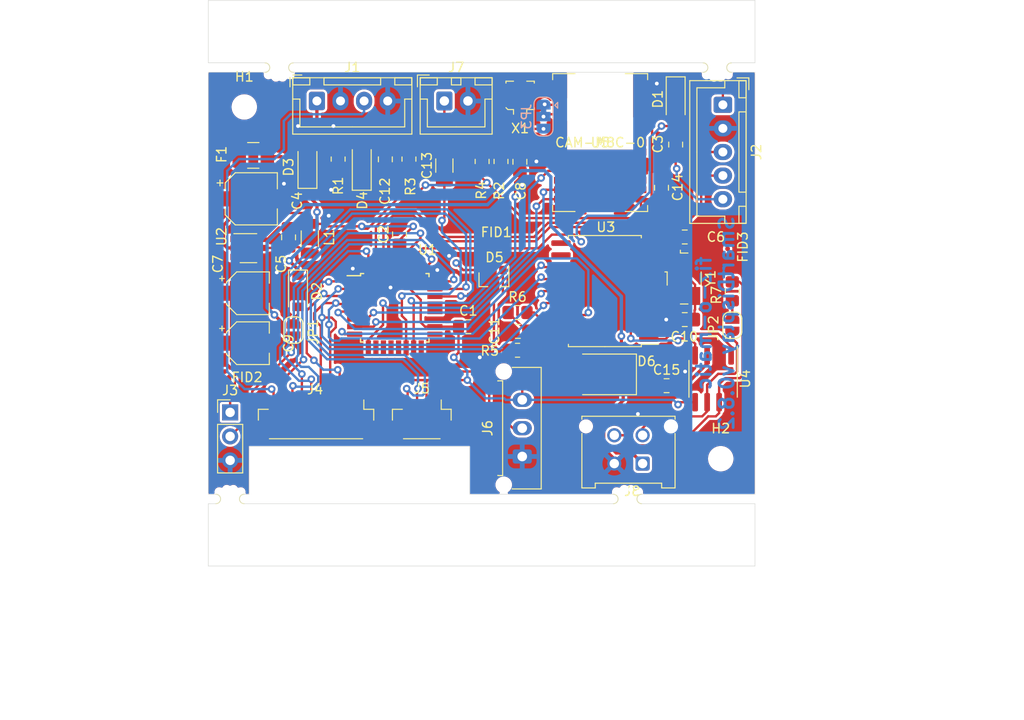
<source format=kicad_pcb>
(kicad_pcb (version 20221018) (generator pcbnew)
  (layers (0 "F.Cu" signal) (31 "B.Cu" signal) (34 "B.Paste" user) (35 "F.Paste" user) (36 "B.SilkS" user "B.Silkscreen") (37 "F.SilkS" user "F.Silkscreen") (38 "B.Mask" user) (39 "F.Mask" user) (44 "Edge.Cuts" user))
  (net 0 "")
  (net 1 "GND")
  (net 2 "Net-(J2-Pin_5)")
  (net 3 "Net-(U2-EN)")
  (net 4 "SCK")
  (net 5 "MOSI")
  (net 6 "MISO")
  (net 7 "+5V")
  (net 8 "RESET")
  (net 9 "TXD")
  (net 10 "RXD")
  (net 11 "SCL")
  (net 12 "SDA")
  (net 13 "A3")
  (net 14 "A2")
  (net 15 "A1")
  (net 16 "A0")
  (net 17 "Net-(U2-SW)")
  (net 18 "Net-(U3-OSC1)")
  (net 19 "Net-(U3-OSC2)")
  (net 20 "KEY")
  (net 21 "+12V")
  (net 22 "Net-(U2-BST)")
  (net 23 "Net-(D2-K)")
  (net 24 "INSTR.BEL")
  (net 25 "Net-(J7-Pin_1)")
  (net 26 "D22")
  (net 27 "D23")
  (net 28 "CANH")
  (net 29 "CANL")
  (net 30 "D24")
  (net 31 "D25")
  (net 32 "1WIRE")
  (net 33 "INT_CAN")
  (net 34 "SS")
  (net 35 "UPDI")
  (net 36 "Net-(U5-RF_OUT)")
  (net 37 "+3V3")
  (net 38 "Net-(U5-RF_IN)")
  (net 39 "Net-(X1-SIGNAL)")
  (net 40 "GPS_RXD")
  (net 41 "GPS_TXD")
  (net 42 "GPS_RESET")
  (net 43 "Net-(U3-~{RESET})")
  (net 44 "AREF")
  (net 47 "Net-(U3-TXCAN)")
  (net 48 "Net-(U3-RXCAN)")
  (net 64 "A4")
  (net 65 "Net-(D2-A)")
  (net 66 "Net-(JP2-Pad1)")
  (footprint "Capacitor_SMD:C_0805_2012Metric_Pad1.18x1.45mm_HandSolder" (layer "F.Cu") (at 119.29 43.5725 90)
    (fp_text reference "C3")
    (fp_text value "100n")
  )
  (footprint "Resistor_SMD:R_0805_2012Metric_Pad1.20x1.40mm_HandSolder" (layer "F.Cu") (at 102.54 65.36)
    (fp_text reference "R5")
    (fp_text value "4.7k")
  )
  (footprint "MountingHole:MountingHole_2.2mm_M2" (layer "F.Cu") (at 73.6 39.589)
    (fp_text reference "H1")
    (fp_text value "MountingHole_Pad")
  )
  (footprint "Resistor_SMD:R_0805_2012Metric_Pad1.20x1.40mm_HandSolder" (layer "F.Cu") (at 102.54 61.36)
    (fp_text reference "R6")
    (fp_text value "10k")
  )
  (footprint "Capacitor_SMD:C_0805_2012Metric_Pad1.18x1.45mm_HandSolder" (layer "F.Cu") (at 88.54 45.135 90)
    (fp_text reference "C12")
    (fp_text value "100n")
  )
  (footprint "Capacitor_SMD:C_0805_2012Metric_Pad1.18x1.45mm_HandSolder" (layer "F.Cu") (at 90.04 53.0725 90)
    (fp_text reference "C2")
    (fp_text value "100n")
  )
  (footprint "Resistor_SMD:R_0805_2012Metric_Pad1.20x1.40mm_HandSolder" (layer "F.Cu") (at 98.79 45.36 -90)
    (fp_text reference "R4")
    (fp_text value "1k")
  )
  (footprint "Resistor_SMD:R_0805_2012Metric_Pad1.20x1.40mm_HandSolder" (layer "F.Cu") (at 83.54 45.11 90)
    (fp_text reference "R1")
    (fp_text value "22k 1%")
  )
  (footprint "Diode_SMD:D_MiniMELF" (layer "F.Cu") (at 86.04 45.86 90)
    (fp_text reference "D4")
    (fp_text value "BZV55-C12")
  )
  (footprint "Diode_SMD:D_SMB" (layer "F.Cu") (at 111.582 67.91 180)
    (fp_text reference "D6")
    (fp_text value "SMBJ5.0CA")
  )
  (footprint "Crystal:Crystal_SMD_EuroQuartz_MJ-4Pin_5.0x3.2mm" (layer "F.Cu") (at 120.19 57.76 -90)
    (fp_text reference "Y1")
    (fp_text value "16MHz")
  )
  (footprint "Capacitor_SMD:C_0805_2012Metric_Pad1.18x1.45mm_HandSolder" (layer "F.Cu") (at 120.2525 62.11 180)
    (fp_text reference "C10")
    (fp_text value "22p")
  )
  (footprint "Jumper:SolderJumper-2_P1.3mm_Open_RoundedPad1.0x1.5mm" (layer "F.Cu") (at 125.29 62.71 -90)
    (fp_text reference "JP2")
    (fp_text value "Jumper_NC_Small")
  )
  (footprint "Capacitor_SMD:C_0805_2012Metric_Pad1.18x1.45mm_HandSolder" (layer "F.Cu") (at 118.3275 69.11)
    (fp_text reference "C15")
    (fp_text value "100n")
  )
  (footprint "Package_SO:SOIC-8_3.9x4.9mm_P1.27mm" (layer "F.Cu") (at 123.257 68.385 -90)
    (fp_text reference "U4")
    (fp_text value "MCP2562-E-SN")
  )
  (footprint "MountingHole:MountingHole_2.2mm_M2" (layer "F.Cu") (at 124.065056 76.846056)
    (fp_text reference "H2")
    (fp_text value "MountingHole_Pad")
  )
  (footprint "Resistor_SMD:R_0805_2012Metric_Pad1.20x1.40mm_HandSolder" (layer "F.Cu") (at 125.29 59.11 90)
    (fp_text reference "R7")
    (fp_text value "120")
  )
  (footprint "Capacitor_SMD:C_0805_2012Metric_Pad1.18x1.45mm_HandSolder" (layer "F.Cu") (at 102.5775 63.36)
    (fp_text reference "C11")
    (fp_text value "100n")
  )
  (footprint "Connector_JST:JST_XH_B2B-XH-A_1x02_P2.50mm_Vertical" (layer "F.Cu") (at 94.79 38.954)
    (fp_text reference "J7")
    (fp_text value "KEY")
  )
  (footprint "Package_QFP:TQFP-32_7x7mm_P0.8mm" (layer "F.Cu") (at 89.54 60.86)
    (fp_text reference "U1")
    (fp_text value "ATmega4808-A")
  )
  (footprint "Capacitor_SMD:C_0805_2012Metric_Pad1.18x1.45mm_HandSolder" (layer "F.Cu") (at 97.3275 62.86)
    (fp_text reference "C1")
    (fp_text value "100n")
  )
  (footprint "Package_SO:SOIC-18W_7.5x11.6mm_P1.27mm" (layer "F.Cu") (at 111.79 59.09 180)
    (fp_text reference "U3")
    (fp_text value "MCP2515-xSO")
  )
  (footprint "Resistor_SMD:R_0805_2012Metric_Pad1.20x1.40mm_HandSolder" (layer "F.Cu") (at 91.04 45.11 90)
    (fp_text reference "R3")
    (fp_text value "4.7k")
  )
  (footprint "Fuse:Fuse_1210_3225Metric_Pad1.42x2.65mm_HandSolder" (layer "F.Cu") (at 74.5525 44.72)
    (fp_text reference "F1")
    (fp_text value "Polyfuse")
  )
  (footprint "Resistor_SMD:R_0805_2012Metric_Pad1.20x1.40mm_HandSolder" (layer "F.Cu") (at 100.79 45.36 -90)
    (fp_text reference "R2")
    (fp_text value "10k")
  )
  (footprint "Fiducial:Fiducial_0.5mm_Mask1mm" (layer "F.Cu") (at 71.54 67.61)
    (fp_text reference "FID2")
    (fp_text value "Fiducial")
  )
  (footprint "Fiducial:Fiducial_0.5mm_Mask1mm" (layer "F.Cu") (at 124.79 54.61)
    (fp_text reference "FID3")
    (fp_text value "Fiducial")
  )
  (footprint "Capacitor_SMD:CP_Elec_5x3.9" (layer "F.Cu") (at 74.34 49.32)
    (fp_text reference "C4")
    (fp_text value "22u")
  )
  (footprint "Capacitor_SMD:C_0805_2012Metric_Pad1.18x1.45mm_HandSolder" (layer "F.Cu") (at 78.29 53.3975 90)
    (fp_text reference "C5")
    (fp_text value "100n")
  )
  (footprint "Capacitor_SMD:CP_Elec_4x3.9" (layer "F.Cu") (at 73.99 59.32)
    (fp_text reference "C7")
    (fp_text value "22u")
  )
  (footprint "Capacitor_SMD:CP_Elec_4x3.9" (layer "F.Cu") (at 73.99 64.61)
    (fp_text reference "C9")
    (fp_text value "22u")
  )
  (footprint "Connector_JST:JST_XH_B5B-XH-A_1x05_P2.50mm_Vertical" (layer "F.Cu") (at 124.29 39.36 -90)
    (fp_text reference "J2")
    (fp_text value "PROG/SERIAL")
  )
  (footprint "Inductor_SMD:L_1206_3216Metric" (layer "F.Cu") (at 80.54 53.5475 90)
    (fp_text reference "L1")
    (fp_text value "4.7uH")
  )
  (footprint "Connector_Molex:Molex_Micro-Fit_3.0_43045-0412_2x02_P3.00mm_Vertical" (layer "F.Cu") (at 115.79 77.36 180)
    (fp_text reference "J8")
    (fp_text value "CAN")
  )
  (footprint "Connector_Molex:Molex_Micro-Fit_3.0_43650-0315_1x03_P3.00mm_Vertical" (layer "F.Cu") (at 103.04 76.61 90)
    (fp_text reference "J6")
    (fp_text value "Conn_01x03")
  )
  (footprint "Capacitor_SMD:C_0805_2012Metric_Pad1.18x1.45mm_HandSolder" (layer "F.Cu") (at 120.2525 53.36)
    (fp_text reference "C6")
    (fp_text value "22p")
  )
  (footprint "Connector_JST:JST_XH_B4B-XH-A_1x04_P2.50mm_Vertical" (layer "F.Cu") (at 81.29 38.954)
    (fp_text reference "J1")
    (fp_text value "PWR")
  )
  (footprint "Capacitor_SMD:C_1206_3216Metric_Pad1.33x1.80mm_HandSolder" (layer "F.Cu") (at 94.79 45.7975 90)
    (fp_text reference "C13")
    (fp_text value "1u")
  )
  (footprint "ublox_CAM_M8C:CAM-M8C-0" (layer "F.Cu") (at 111.29 43.36)
    (fp_text reference "U5")
    (fp_text value "CAM-M8C-0")
  )
  (footprint "Capacitor_SMD:C_0805_2012Metric_Pad1.18x1.45mm_HandSolder" (layer "F.Cu") (at 102.79 45.3975 90)
    (fp_text reference "C8")
    (fp_text value "100n")
  )
  (footprint "Package_TO_SOT_SMD:TSOT-23-6" (layer "F.Cu") (at 74.04 54.52)
    (fp_text reference "U2")
    (fp_text value "AP63203WU")
  )
  (footprint "Capacitor_SMD:C_0805_2012Metric_Pad1.18x1.45mm_HandSolder" (layer "F.Cu") (at 117.79 48.1475 90)
    (fp_text reference "C14")
    (fp_text value "100n")
  )
  (footprint "Connector_Coaxial:U.FL_Molex_MCRF_73412-0110_Vertical" (layer "F.Cu") (at 102.815 38.36)
    (fp_text reference "X1")
    (fp_text value "ANTENNA_U.FL")
  )
  (footprint "Fiducial:Fiducial_0.5mm_Mask1mm" (layer "F.Cu") (at 100.29 51.36 180)
    (fp_text reference "FID1")
    (fp_text value "Fiducial")
  )
  (footprint "Package_TO_SOT_SMD:SOT-23" (layer "F.Cu") (at 100.04 57.86 -90)
    (fp_text reference "D5")
    (fp_text value "SP0502BAHT")
  )
  (footprint "Diode_SMD:D_SOD-123" (layer "F.Cu") (at 79.29 59.11 -90)
    (fp_text reference "D2")
    (fp_text value "1N4148W")
  )
  (footprint "Diode_SMD:D_SOD-123" (layer "F.Cu") (at 80.29 45.96 90)
    (fp_text reference "D3")
    (fp_text value "1N4148W")
  )
  (footprint "fiz-o-matic:mouse-bite-1mm-slot" (layer "F.Cu") (at 114.19 81.11 180)
    (fp_text reference "MB4" hide)
    (fp_text value "MouseBite" hide)
  )
  (footprint "Connector_JST:JST_SH_BM10B-SRSS-TB_1x10-1MP_P1.00mm_Vertical" (layer "F.Cu") (at 81.2 72.72 180)
    (fp_text reference "J4")
    (fp_text value "DISPLAY")
  )
  (footprint "Connector_JST:JST_SH_BM04B-SRSS-TB_1x04-1MP_P1.00mm_Vertical" (layer "F.Cu") (at 92.4 72.72 180)
    (fp_text reference "J5")
    (fp_text value "I2C")
  )
  (footprint "Diode_SMD:D_SOD-123" (layer "F.Cu") (at 119.29 38.76 -90)
    (fp_text reference "D1")
    (fp_text value "1N4148W")
  )
  (footprint "fiz-o-matic:mouse-bite-1mm-slot" (layer "F.Cu") (at 72.09 81.11 180)
    (fp_text reference "MB3" hide)
    (fp_text value "MouseBite" hide)
  )
  (footprint "Connector_PinHeader_2.54mm:PinHeader_1x03_P2.54mm_Vertical" (layer "F.Cu") (at 72.1 71.94)
    (fp_text reference "J3")
    (fp_text value "UPDI")
  )
  (footprint "Jumper:SolderJumper-2_P1.3mm_Open_RoundedPad1.0x1.5mm" (layer "F.Cu") (at 78.8 63.22 90)
    (fp_text reference "JP1")
    (fp_text value "Jumper_NC_Small")
  )
  (footprint "fiz-o-matic:mouse-bite-1mm-slot" (layer "F.Cu") (at 123.7 35.42)
    (fp_text reference "MB2" hide)
    (fp_text value "MouseBite" hide)
  )
  (footprint "fiz-o-matic:mouse-bite-1mm-slot" (layer "F.Cu") (at 77.3 35.42)
    (fp_text reference "MB1" hide)
    (fp_text value "MouseBite" hide)
  )
  (footprint "Jumper:SolderJumper-3_P1.3mm_Bridged12_RoundedPad1.0x1.5mm" (layer "B.Cu") (at 105.29 40.61 -90)
    (fp_text reference "JP3")
    (fp_text value "Jumper_NC_Dual")
  )
  (gr_line (start 97.476 80.61) (end 112.69 80.61) (stroke (width 0.05)) (layer "Edge.Cuts"))
  (gr_line (start 74.108 75.53) (end 97.476 75.53) (stroke (width 0.05)) (layer "Edge.Cuts"))
  (gr_line (start 127.69 80.61) (end 127.69 35.91) (stroke (width 0.05)) (layer "Edge.Cuts"))
  (gr_line (start 74.108 75.53) (end 74.108 80.61) (stroke (width 0.05)) (layer "Edge.Cuts"))
  (gr_line (start 69.79 80.61) (end 69.79 35.91) (stroke (width 0.05)) (layer "Edge.Cuts"))
  (gr_line (start 97.476 75.53) (end 97.476 80.61) (stroke (width 0.05)) (layer "Edge.Cuts"))
  (gr_arc (start 122.19 34.91) (mid 122.69 35.41) (end 122.19 35.91) (stroke (width 0.05)) (layer "Edge.Cuts"))
  (gr_line (start 73.59 80.61) (end 74.108 80.61) (stroke (width 0.05)) (layer "Edge.Cuts"))
  (gr_line (start 115.69 81.61) (end 127.69 81.61) (stroke (width 0.05)) (layer "Edge.Cuts"))
  (gr_line (start 75.79 34.91) (end 69.79 34.91) (stroke (width 0.05)) (layer "Edge.Cuts"))
  (gr_line (start 127.69 81.61) (end 127.69 88.21) (stroke (width 0.05)) (layer "Edge.Cuts"))
  (gr_arc (start 125.19 35.91) (mid 124.69 35.41) (end 125.19 34.91) (stroke (width 0.05)) (layer "Edge.Cuts"))
  (gr_line (start 125.19 34.91) (end 127.69 34.91) (stroke (width 0.05)) (layer "Edge.Cuts"))
  (gr_line (start 78.79 35.91) (end 122.19 35.91) (stroke (width 0.05)) (layer "Edge.Cuts"))
  (gr_line (start 127.69 88.21) (end 69.79 88.21) (stroke (width 0.05)) (layer "Edge.Cuts"))
  (gr_line (start 69.79 81.61) (end 69.79 88.21) (stroke (width 0.05)) (layer "Edge.Cuts"))
  (gr_line (start 125.19 35.91) (end 127.69 35.91) (stroke (width 0.05)) (layer "Edge.Cuts"))
  (gr_line (start 69.79 35.91) (end 75.79 35.91) (stroke (width 0.05)) (layer "Edge.Cuts"))
  (gr_arc (start 115.69 81.61) (mid 115.19 81.11) (end 115.69 80.61) (stroke (width 0.05)) (layer "Edge.Cuts"))
  (gr_arc (start 78.79 35.91) (mid 78.29 35.41) (end 78.79 34.91) (stroke (width 0.05)) (layer "Edge.Cuts"))
  (gr_line (start 69.79 28.31) (end 127.69 28.31) (stroke (width 0.05)) (layer "Edge.Cuts"))
  (gr_line (start 69.79 80.61) (end 70.59 80.61) (stroke (width 0.05)) (layer "Edge.Cuts"))
  (gr_line (start 127.69 34.91) (end 127.69 28.31) (stroke (width 0.05)) (layer "Edge.Cuts"))
  (gr_line (start 73.59 81.61) (end 112.69 81.61) (stroke (width 0.05)) (layer "Edge.Cuts"))
  (gr_arc (start 70.59 80.61) (mid 71.09 81.11) (end 70.59 81.61) (stroke (width 0.05)) (layer "Edge.Cuts"))
  (gr_arc (start 112.69 80.61) (mid 113.19 81.11) (end 112.69 81.61) (stroke (width 0.05)) (layer "Edge.Cuts"))
  (gr_arc (start 73.59 81.61) (mid 73.09 81.11) (end 73.59 80.61) (stroke (width 0.05)) (layer "Edge.Cuts"))
  (gr_arc (start 75.79 34.91) (mid 76.29 35.41) (end 75.79 35.91) (stroke (width 0.05)) (layer "Edge.Cuts"))
  (gr_line (start 70.59 81.61) (end 69.79 81.61) (stroke (width 0.05)) (layer "Edge.Cuts"))
  (gr_line (start 122.19 34.91) (end 78.79 34.91) (stroke (width 0.05)) (layer "Edge.Cuts"))
  (gr_line (start 69.79 34.91) (end 69.79 28.31) (stroke (width 0.05)) (layer "Edge.Cuts"))
  (gr_line (start 115.69 80.61) (end 127.69 80.61) (stroke (width 0.05)) (layer "Edge.Cuts"))
  (gr_text "fiz-o-matic\nSmartDisplay v0.8.2" (at 123.49 62.51 90) (layer "B.Cu") (effects (font (size 1.5 1.5) (thickness 0.3)) (justify mirror)))
  (via (at 77.04 57.11) (size 0.8) (drill 0.4) (layers "F.Cu" "B.Cu") (net 1))
  (via (at 85.09 56.71) (size 0.8) (drill 0.4) (layers "F.Cu" "B.Cu") (net 1))
  (via (at 95.29 55.36) (size 0.8) (drill 0.4) (layers "F.Cu" "B.Cu") (net 1))
  (via (at 83.04 41.61) (size 0.8) (drill 0.4) (layers "F.Cu" "B.Cu") (net 1))
  (via (at 120.29 67.61) (size 0.8) (drill 0.4) (layers "F.Cu" "B.Cu") (net 1))
  (via (at 118.29 62.11) (size 0.8) (drill 0.4) (layers "F.Cu" "B.Cu") (net 1))
  (via (at 104.54 45.36) (size 0.8) (drill 0.4) (layers "F.Cu" "B.Cu") (net 1))
  (via (at 103.04 47.86) (size 0.8) (drill 0.4) (layers "F.Cu" "B.Cu") (net 1))
  (via (at 94.04 56.86) (size 0.8) (drill 0.4) (layers "F.Cu" "B.Cu") (net 1))
  (via (at 117.29 37.11) (size 0.8) (drill 0.4) (layers "F.Cu" "B.Cu") (net 1))
  (via (at 82.54 51.11) (size 0.8) (drill 0.4) (layers "F.Cu" "B.Cu") (net 1))
  (via (at 77.8 47.72) (size 0.8) (drill 0.4) (layers "F.Cu" "B.Cu") (net 1))
  (via (at 82.79 48.36) (size 0.8) (drill 0.4) (layers "F.Cu" "B.Cu") (net 1))
  (via (at 79.29 41.61) (size 0.8) (drill 0.4) (layers "F.Cu" "B.Cu") (net 1))
  (via (at 115.29 72.11) (size 0.8) (drill 0.4) (layers "F.Cu" "B.Cu") (net 1))
  (via (at 98.54 66.11) (size 0.8) (drill 0.4) (layers "F.Cu" "B.Cu") (net 1))
  (via (at 89.09 58.71) (size 0.8) (drill 0.4) (layers "F.Cu" "B.Cu") (net 1))
  (segment (start 89.134 39.766) (end 89.134 38.954) (width 0.25) (layer "B.Cu") (net 1))
  (segment (start 119.29 46.01) (end 119.4 46.12) (width 0.25) (layer "F.Cu") (net 2))
  (segment (start 119.29 44.61) (end 119.29 46.01) (width 0.25) (layer "F.Cu") (net 2))
  (via (at 119.4 46.12) (size 0.8) (drill 0.4) (layers "F.Cu" "B.Cu") (net 2))
  (segment (start 119.4 47.22) (end 121.54 49.36) (width 0.25) (layer "B.Cu") (net 2))
  (segment (start 119.4 46.12) (end 119.4 47.22) (width 0.25) (layer "B.Cu") (net 2))
  (segment (start 121.54 49.36) (end 124.29 49.36) (width 0.25) (layer "B.Cu") (net 2))
  (segment (start 71.4 54.12) (end 71.8 54.52) (width 0.35) (layer "F.Cu") (net 3))
  (segment (start 72.73 54.52) (end 72.73 55.47) (width 0.35) (layer "F.Cu") (net 3))
  (segment (start 71.8 54.52) (end 72.73 54.52) (width 0.35) (layer "F.Cu") (net 3))
  (segment (start 73.065 44.72) (end 73.065 46.455) (width 0.35) (layer "F.Cu") (net 3))
  (segment (start 72.14 49.32) (end 72.14 51.38) (width 0.35) (layer "F.Cu") (net 3))
  (segment (start 71.4 52.12) (end 71.4 54.12) (width 0.35) (layer "F.Cu") (net 3))
  (segment (start 73.065 46.455) (end 72.14 47.38) (width 0.35) (layer "F.Cu") (net 3))
  (segment (start 72.14 51.38) (end 71.4 52.12) (width 0.35) (layer "F.Cu") (net 3))
  (segment (start 72.14 47.38) (end 72.14 49.32) (width 0.35) (layer "F.Cu") (net 3))
  (segment (start 82.06 60.36) (end 83.29 60.36) (width 0.25) (layer "F.Cu") (net 4))
  (segment (start 81.7 71.395) (end 81.7 62.795305) (width 0.25) (layer "F.Cu") (net 4))
  (segment (start 81 62.095305) (end 81 61.42) (width 0.25) (layer "F.Cu") (net 4))
  (segment (start 83.39 60.46) (end 83.29 60.36) (width 0.25) (layer "F.Cu") (net 4))
  (segment (start 81 61.42) (end 82.06 60.36) (width 0.25) (layer "F.Cu") (net 4))
  (segment (start 81.7 62.795305) (end 81 62.095305) (width 0.25) (layer "F.Cu") (net 4))
  (segment (start 107.14 57.82) (end 105.25 57.82) (width 0.25) (layer "F.Cu") (net 4))
  (segment (start 85.29 60.46) (end 83.39 60.46) (width 0.25) (layer "F.Cu") (net 4))
  (segment (start 105.25 57.82) (end 105.04 57.61) (width 0.25) (layer "F.Cu") (net 4))
  (via (at 105.04 57.61) (size 0.8) (drill 0.4) (layers "F.Cu" "B.Cu") (net 4))
  (via (at 83.29 60.36) (size 0.8) (drill 0.4) (layers "F.Cu" "B.Cu") (net 4))
  (via (at 82.564999 62.634999) (size 0.8) (drill 0.4) (layers "F.Cu" "B.Cu") (net 4))
  (segment (start 82.941999 64.335001) (end 82.564999 63.958001) (width 0.25) (layer "B.Cu") (net 4))
  (segment (start 82.564999 62.835001) (end 82.564999 62.634999) (width 0.25) (layer "B.Cu") (net 4))
  (segment (start 83.863002 64.11) (end 83.638001 64.335001) (width 0.25) (layer "B.Cu") (net 4))
  (segment (start 105.04 57.61) (end 98.54 64.11) (width 0.25) (layer "B.Cu") (net 4))
  (segment (start 82.564999 63.958001) (end 82.564999 62.835001) (width 0.25) (layer "B.Cu") (net 4))
  (segment (start 82.564999 62.634999) (end 82.564999 61.085001) (width 0.25) (layer "B.Cu") (net 4))
  (segment (start 83.638001 64.335001) (end 82.941999 64.335001) (width 0.25) (layer "B.Cu") (net 4))
  (segment (start 98.54 64.11) (end 83.863002 64.11) (width 0.25) (layer "B.Cu") (net 4))
  (segment (start 82.564999 61.085001) (end 83.29 60.36) (width 0.25) (layer "B.Cu") (net 4))
  (segment (start 107.14 59.09) (end 105.31 59.09) (width 0.25) (layer "F.Cu") (net 5))
  (segment (start 105.31 59.09) (end 105.04 59.36) (width 0.25) (layer "F.Cu") (net 5))
  (segment (start 82.848769 61.893464) (end 81.823464 61.893464) (width 0.25) (layer "F.Cu") (net 5))
  (segment (start 82.7 71.395) (end 82.7 63.525303) (width 0.25) (layer "F.Cu") (net 5))
  (segment (start 83.289999 62.935304) (end 83.289999 62.334694) (width 0.25) (layer "F.Cu") (net 5))
  (segment (start 83.289999 62.334694) (end 82.848769 61.893464) (width 0.25) (layer "F.Cu") (net 5))
  (segment (start 83.54 58.86) (end 85.29 58.86) (width 0.25) (layer "F.Cu") (net 5))
  (segment (start 82.7 63.525303) (end 83.289999 62.935304) (width 0.25) (layer "F.Cu") (net 5))
  (via (at 81.823464 61.893464) (size 0.8) (drill 0.4) (layers "F.Cu" "B.Cu") (net 5))
  (via (at 105.04 59.36) (size 0.8) (drill 0.4) (layers "F.Cu" "B.Cu") (net 5))
  (via (at 83.54 58.86) (size 0.8) (drill 0.4) (layers "F.Cu" "B.Cu") (net 5))
  (segment (start 81.823464 61.893464) (end 81.823464 60.576536) (width 0.25) (layer "B.Cu") (net 5))
  (segment (start 81.823464 62.164085) (end 81.823464 63.852876) (width 0.25) (layer "B.Cu") (net 5))
  (segment (start 82.114989 60.285011) (end 83.54 58.86) (width 0.25) (layer "B.Cu") (net 5))
  (segment (start 81.823464 63.852876) (end 82.755599 64.785011) (width 0.25) (layer "B.Cu") (net 5))
  (segment (start 82.755599 64.785011) (end 99.614989 64.785011) (width 0.25) (layer "B.Cu") (net 5))
  (segment (start 81.823464 62.164085) (end 81.823464 61.893464) (width 0.25) (layer "B.Cu") (net 5))
  (segment (start 105.04 59.36) (end 99.614989 64.785011) (width 0.25) (layer "B.Cu") (net 5))
  (segment (start 81.823464 60.576536) (end 82.114989 60.285011) (width 0.25) (layer "B.Cu") (net 5))
  (segment (start 82.027347 59.347347) (end 82.29 59.61) (width 0.25) (layer "F.Cu") (net 6))
  (segment (start 83.5 67.42) (end 83.7 67.62) (width 0.25) (layer "F.Cu") (net 6))
  (segment (start 105.54 60.36) (end 105.29 60.61) (width 0.25) (layer "F.Cu") (net 6))
  (segment (start 82.29 59.61) (end 85.24 59.61) (width 0.25) (layer "F.Cu") (net 6))
  (segment (start 85.24 59.61) (end 85.29 59.66) (width 0.25) (layer "F.Cu") (net 6))
  (segment (start 80.215 65.6595) (end 80.9755 66.42) (width 0.25) (layer "F.Cu") (net 6))
  (segment (start 82.027347 59.347347) (end 80.215 61.159694) (width 0.25) (layer "F.Cu") (net 6))
  (segment (start 107.14 60.36) (end 105.54 60.36) (width 0.25) (layer "F.Cu") (net 6))
  (segment (start 80.215 61.159694) (end 80.215 65.6595) (width 0.25) (layer "F.Cu") (net 6))
  (segment (start 83.7 67.62) (end 83.7 71.395) (width 0.25) (layer "F.Cu") (net 6))
  (via (at 82.027347 59.347347) (size 0.8) (drill 0.4) (layers "F.Cu" "B.Cu") (net 6))
  (via (at 83.5 67.42) (size 0.8) (drill 0.4) (layers "F.Cu" "B.Cu") (net 6))
  (via (at 105.29 60.61) (size 0.8) (drill 0.4) (layers "F.Cu" "B.Cu") (net 6))
  (via (at 80.9755 66.42) (size 0.8) (drill 0.4) (layers "F.Cu" "B.Cu") (net 6))
  (segment (start 81.098463 60.301537) (end 82.027347 59.372653) (width 0.25) (layer "B.Cu") (net 6))
  (segment (start 82.569197 65.235019) (end 81.098463 63.764285) (width 0.25) (layer "B.Cu") (net 6))
  (segment (start 105.29 60.61) (end 100.664981 65.235019) (width 0.25) (layer "B.Cu") (net 6))
  (segment (start 81.098463 63.764285) (end 81.098463 60.301537) (width 0.25) (layer "B.Cu") (net 6))
  (segment (start 82.027347 59.372653) (end 82.027347 59.347347) (width 0.25) (layer "B.Cu") (net 6))
  (segment (start 80.9755 66.42) (end 81.9755 67.42) (width 0.25) (layer "B.Cu") (net 6))
  (segment (start 81.9755 67.42) (end 83.5 67.42) (width 0.25) (layer "B.Cu") (net 6))
  (segment (start 100.664981 65.235019) (end 82.569197 65.235019) (width 0.25) (layer "B.Cu") (net 6))
  (segment (start 77.6 63.42) (end 78.05 63.87) (width 0.35) (layer "F.Cu") (net 7))
  (segment (start 122.622 66.778) (end 120.29 69.11) (width 0.35) (layer "F.Cu") (net 7))
  (segment (start 122.622 65.91) (end 122.622 66.778) (width 0.35) (layer "F.Cu") (net 7))
  (segment (start 120.29 69.11) (end 119.365 69.11) (width 0.35) (layer "F.Cu") (net 7))
  (segment (start 119.365 68.185) (end 119.365 69.11) (width 0.35) (layer "F.Cu") (net 7))
  (segment (start 113.732 67.91) (end 114.49 67.91) (width 0.35) (layer "F.Cu") (net 7))
  (segment (start 77.6 62.42) (end 77.6 63.42) (width 0.35) (layer "F.Cu") (net 7))
  (segment (start 111.664999 74.900001) (end 111.664999 72.735001) (width 0.35) (layer "F.Cu") (net 7))
  (segment (start 119.09 67.91) (end 119.365 68.185) (width 0.35) (layer "F.Cu") (net 7))
  (segment (start 112.999997 76.234999) (end 111.664999 74.900001) (width 0.35) (layer "F.Cu") (net 7))
  (segment (start 76.79 61.61) (end 77.6 62.42) (width 0.35) (layer "F.Cu") (net 7))
  (segment (start 111.664999 72.735001) (end 113.732 70.668) (width 0.35) (layer "F.Cu") (net 7))
  (segment (start 114.664999 76.234999) (end 112.999997 76.234999) (width 0.35) (layer "F.Cu") (net 7))
  (segment (start 113.54 67.718) (end 113.732 67.91) (width 0.35) (layer "F.Cu") (net 7))
  (segment (start 115.79 77.36) (end 114.664999 76.234999) (width 0.35) (layer "F.Cu") (net 7))
  (segment (start 113.732 70.668) (end 113.732 67.91) (width 0.35) (layer "F.Cu") (net 7))
  (segment (start 113.732 67.91) (end 119.09 67.91) (width 0.35) (layer "F.Cu") (net 7))
  (segment (start 78.05 63.87) (end 78.8 63.87) (width 0.35) (layer "F.Cu") (net 7))
  (segment (start 113.54 63.86) (end 113.54 67.718) (width 0.35) (layer "F.Cu") (net 7))
  (via (at 113.54 63.86) (size 0.8) (drill 0.4) (layers "F.Cu" "B.Cu") (net 7))
  (via (at 76.79 61.61) (size 0.8) (drill 0.4) (layers "F.Cu" "B.Cu") (net 7))
  (segment (start 79.98552 49.934981) (end 98.614981 49.934981) (width 0.35) (layer "B.Cu") (net 7))
  (segment (start 106.065001 52.177881) (end 113.54 59.65288) (width 0.35) (layer "B.Cu") (net 7))
  (segment (start 99.364981 49.934981) (end 102.964963 46.334999) (width 0.35) (layer "B.Cu") (net 7))
  (segment (start 106.065001 46.987999) (end 106.065001 52.177881) (width 0.35) (layer "B.Cu") (net 7))
  (segment (start 76.014999 53.905502) (end 79.98552 49.934981) (width 0.35) (layer "B.Cu") (net 7))
  (segment (start 98.614981 49.934981) (end 99.364981 49.934981) (width 0.35) (layer "B.Cu") (net 7))
  (segment (start 113.54 59.65288) (end 113.54 63.86) (width 0.35) (layer "B.Cu") (net 7))
  (segment (start 105.412001 46.334999) (end 106.065001 46.987999) (width 0.35) (layer "B.Cu") (net 7))
  (segment (start 76.79 61.61) (end 76.014999 60.834999) (width 0.35) (layer "B.Cu") (net 7))
  (segment (start 76.014999 60.834999) (end 76.014999 53.905502) (width 0.35) (layer "B.Cu") (net 7))
  (segment (start 102.964963 46.334999) (end 105.412001 46.334999) (width 0.35) (layer "B.Cu") (net 7))
  (segment (start 108.54 53.11) (end 109.29 53.86) (width 0.25) (layer "F.Cu") (net 8))
  (segment (start 92.53999 54.56001) (end 94.3536 54.56001) (width 0.25) (layer "F.Cu") (net 8))
  (segment (start 91.54 56.61) (end 91.54 55.56) (width 0.25) (layer "F.Cu") (net 8))
  (segment (start 91.54 55.56) (end 92.53999 54.56001) (width 0.25) (layer "F.Cu") (net 8))
  (segment (start 99.54 54.56001) (end 104.726401 54.560009) (width 0.25) (layer "F.Cu") (net 8))
  (segment (start 119.29 41.61) (end 119.29 40.41) (width 0.25) (layer "F.Cu") (net 8))
  (segment (start 106.17641 53.11) (end 108.54 53.11) (width 0.25) (layer "F.Cu") (net 8))
  (segment (start 104.726401 54.560009) (end 106.17641 53.11) (width 0.25) (layer "F.Cu") (net 8))
  (segment (start 94.3536 54.56001) (end 99.54 54.56001) (width 0.25) (layer "F.Cu") (net 8))
  (segment (start 119.29 42.535) (end 119.29 41.61) (width 0.25) (layer "F.Cu") (net 8))
  (segment (start 117.79 41.61) (end 119.29 41.61) (width 0.25) (layer "F.Cu") (net 8))
  (via (at 117.79 41.61) (size 0.8) (drill 0.4) (layers "F.Cu" "B.Cu") (net 8))
  (via (at 109.29 53.86) (size 0.8) (drill 0.4) (layers "F.Cu" "B.Cu") (net 8))
  (segment (start 116.54 48.61) (end 116.54 42.86) (width 0.25) (layer "B.Cu") (net 8))
  (segment (start 114.04 51.11) (end 116.54 48.61) (width 0.25) (layer "B.Cu") (net 8))
  (segment (start 116.54 42.86) (end 117.79 41.61) (width 0.25) (layer "B.Cu") (net 8))
  (segment (start 109.29 53.86) (end 108.814999 53.384999) (width 0.25) (layer "B.Cu") (net 8))
  (segment (start 108.814999 53.384999) (end 108.814999 52.236999) (width 0.25) (layer "B.Cu") (net 8))
  (segment (start 109.941998 51.11) (end 114.04 51.11) (width 0.25) (layer "B.Cu") (net 8))
  (segment (start 108.814999 52.236999) (end 109.941998 51.11) (width 0.25) (layer "B.Cu") (net 8))
  (segment (start 104.476396 53.81) (end 94.24 53.81) (width 0.25) (layer "F.Cu") (net 9))
  (segment (start 89.32682 51.12249) (end 88.34 52.10931) (width 0.25) (layer "F.Cu") (net 9))
  (segment (start 88.34 52.10931) (end 88.34 56.61) (width 0.25) (layer "F.Cu") (net 9))
  (segment (start 121.99 50.32) (end 120 52.31) (width 0.25) (layer "F.Cu") (net 9))
  (segment (start 120 52.31) (end 105.976396 52.31) (width 0.25) (layer "F.Cu") (net 9))
  (segment (start 124.29 46.86) (end 122.86 46.86) (width 0.25) (layer "F.Cu") (net 9))
  (segment (start 121.99 47.73) (end 121.99 50.32) (width 0.25) (layer "F.Cu") (net 9))
  (segment (start 105.976396 52.31) (end 104.476396 53.81) (width 0.25) (layer "F.Cu") (net 9))
  (segment (start 91.55249 51.12249) (end 89.32682 51.12249) (width 0.25) (layer "F.Cu") (net 9))
  (segment (start 94.24 53.81) (end 91.55249 51.12249) (width 0.25) (layer "F.Cu") (net 9))
  (segment (start 122.86 46.86) (end 121.99 47.73) (width 0.25) (layer "F.Cu") (net 9))
  (segment (start 87.54 56.61) (end 87.54 52.2729) (width 0.25) (layer "F.Cu") (net 10))
  (segment (start 105.79 51.86) (end 119.79 51.86) (width 0.25) (layer "F.Cu") (net 10))
  (segment (start 121.54 50.11) (end 121.54 45.68) (width 0.25) (layer "F.Cu") (net 10))
  (segment (start 122.86 44.36) (end 124.29 44.36) (width 0.25) (layer "F.Cu") (net 10))
  (segment (start 121.54 45.68) (end 122.86 44.36) (width 0.25) (layer "F.Cu") (net 10))
  (segment (start 91.738891 50.672481) (end 94.42641 53.36) (width 0.25) (layer "F.Cu") (net 10))
  (segment (start 89.14042 50.67248) (end 91.738891 50.672481) (width 0.25) (layer "F.Cu") (net 10))
  (segment (start 119.79 51.86) (end 121.54 50.11) (width 0.25) (layer "F.Cu") (net 10))
  (segment (start 87.54 52.2729) (end 89.14042 50.67248) (width 0.25) (layer "F.Cu") (net 10))
  (segment (start 94.42641 53.36) (end 104.29 53.36) (width 0.25) (layer "F.Cu") (net 10))
  (segment (start 104.29 53.36) (end 105.79 51.86) (width 0.25) (layer "F.Cu") (net 10))
  (segment (start 90.9 69.52) (end 90.8 69.42) (width 0.25) (layer "F.Cu") (net 11))
  (segment (start 90.9 71.395) (end 90.9 69.52) (width 0.25) (layer "F.Cu") (net 11))
  (segment (start 85.29 58.06) (end 82.59 58.06) (width 0.25) (layer "F.Cu") (net 11))
  (segment (start 82.59 58.06) (end 82.54 58.11) (width 0.25) (layer "F.Cu") (net 11))
  (via (at 90.8 69.42) (size 0.8) (drill 0.4) (layers "F.Cu" "B.Cu") (net 11))
  (via (at 82.54 58.11) (size 0.8) (drill 0.4) (layers "F.Cu" "B.Cu") (net 11))
  (segment (start 90.8 69.42) (end 91.525 70.145) (width 0.25) (layer "B.Cu") (net 11))
  (segment (start 80.648453 59.435862) (end 81.974315 58.11) (width 0.25) (layer "B.Cu") (net 11))
  (segment (start 82.557768 65.86) (end 80.648453 63.950685) (width 0.25) (layer "B.Cu") (net 11))
  (segment (start 90.6 65.86) (end 82.557768 65.86) (width 0.25) (layer "B.Cu") (net 11))
  (segment (start 91.525 70.145) (end 92.475 70.145) (width 0.25) (layer "B.Cu") (net 11))
  (segment (start 92.475 70.145) (end 92.725 69.895) (width 0.25) (layer "B.Cu") (net 11))
  (segment (start 92.725 69.895) (end 92.725 67.985) (width 0.25) (layer "B.Cu") (net 11))
  (segment (start 92.725 67.985) (end 90.6 65.86) (width 0.25) (layer "B.Cu") (net 11))
  (segment (start 81.974315 58.11) (end 82.54 58.11) (width 0.25) (layer "B.Cu") (net 11))
  (segment (start 80.648453 63.950685) (end 80.648453 59.435862) (width 0.25) (layer "B.Cu") (net 11))
  (segment (start 86.74 55.06) (end 86.54 54.86) (width 0.25) (layer "F.Cu") (net 12))
  (segment (start 86.74 56.61) (end 86.74 55.06) (width 0.25) (layer "F.Cu") (net 12))
  (segment (start 91.9 71.395) (end 91.9 69.52) (width 0.25) (layer "F.Cu") (net 12))
  (segment (start 91.9 69.52) (end 92 69.42) (width 0.25) (layer "F.Cu") (net 12))
  (via (at 92 69.42) (size 0.8) (drill 0.4) (layers "F.Cu" "B.Cu") (net 12))
  (via (at 86.54 54.86) (size 0.8) (drill 0.4) (layers "F.Cu" "B.Cu") (net 12))
  (segment (start 90.4 66.31001) (end 82.371368 66.31001) (width 0.25) (layer "B.Cu") (net 12))
  (segment (start 92 69.42) (end 92 67.91001) (width 0.25) (layer "B.Cu") (net 12))
  (segment (start 82.371368 66.31001) (end 80.198444 64.137086) (width 0.25) (layer "B.Cu") (net 12))
  (segment (start 84.587907 54.86) (end 86.54 54.86) (width 0.25) (layer "B.Cu") (net 12))
  (segment (start 80.198444 64.137086) (end 80.198444 59.249463) (width 0.25) (layer "B.Cu") (net 12))
  (segment (start 92 67.91001) (end 90.4 66.31001) (width 0.25) (layer "B.Cu") (net 12))
  (segment (start 80.198444 59.249463) (end 84.587907 54.86) (width 0.25) (layer "B.Cu") (net 12))
  (segment (start 79.365 54.435) (end 79.54 54.61) (width 0.25) (layer "F.Cu") (net 17))
  (segment (start 78.29 54.435) (end 79.365 54.435) (width 0.25) (layer "F.Cu") (net 17))
  (segment (start 76.685 54.435) (end 78.29 54.435) (width 0.25) (layer "F.Cu") (net 17))
  (segment (start 75.35 54.52) (end 76.6 54.52) (width 0.25) (layer "F.Cu") (net 17))
  (segment (start 76.6 54.52) (end 76.685 54.435) (width 0.25) (layer "F.Cu") (net 17))
  (segment (start 79.54 54.61) (end 80.54 54.61) (width 0.25) (layer "F.Cu") (net 17))
  (segment (start 119.215 53.36) (end 119.215 54.435) (width 0.25) (layer "F.Cu") (net 18))
  (segment (start 116.44 55.28) (end 117.71 55.28) (width 0.25) (layer "F.Cu") (net 18))
  (segment (start 117.71 55.28) (end 118.34 55.91) (width 0.25) (layer "F.Cu") (net 18))
  (segment (start 118.34 55.91) (end 119.04 55.91) (width 0.25) (layer "F.Cu") (net 18))
  (segment (start 119.215 54.435) (end 119.04 54.61) (width 0.25) (layer "F.Cu") (net 18))
  (segment (start 119.04 54.61) (end 119.04 55.91) (width 0.25) (layer "F.Cu") (net 18))
  (segment (start 120.54 57.61) (end 121.34 58.41) (width 0.25) (layer "F.Cu") (net 19))
  (segment (start 121.34 61.06) (end 121.29 61.11) (width 0.25) (layer "F.Cu") (net 19))
  (segment (start 121.34 58.41) (end 121.34 59.61) (width 0.25) (layer "F.Cu") (net 19))
  (segment (start 118.654998 57.61) (end 120.54 57.61) (width 0.25) (layer "F.Cu") (net 19))
  (segment (start 121.29 61.11) (end 121.29 62.11) (width 0.25) (layer "F.Cu") (net 19))
  (segment (start 117.594998 56.55) (end 118.654998 57.61) (width 0.25) (layer "F.Cu") (net 19))
  (segment (start 116.44 56.55) (end 117.594998 56.55) (width 0.25) (layer "F.Cu") (net 19))
  (segment (start 121.34 59.61) (end 121.34 61.06) (width 0.25) (layer "F.Cu") (net 19))
  (segment (start 102.29 47.584695) (end 102.29 49.11) (width 0.25) (layer "F.Cu") (net 20))
  (segment (start 102.79 47.084695) (end 102.29 47.584695) (width 0.25) (layer "F.Cu") (net 20))
  (segment (start 102.79 46.435) (end 100.865 46.435) (width 0.25) (layer "F.Cu") (net 20))
  (segment (start 91.54 65.11) (end 91.54 60.36) (width 0.25) (layer "F.Cu") (net 20))
  (segment (start 91.54 60.36) (end 91.29 60.11) (width 0.25) (layer "F.Cu") (net 20))
  (segment (start 100.865 46.435) (end 100.79 46.36) (width 0.25) (layer "F.Cu") (net 20))
  (segment (start 102.79 46.435) (end 102.79 47.084695) (width 0.25) (layer "F.Cu") (net 20))
  (via (at 102.29 49.11) (size 0.8) (drill 0.4) (layers "F.Cu" "B.Cu") (net 20))
  (via (at 91.29 60.11) (size 0.8) (drill 0.4) (layers "F.Cu" "B.Cu") (net 20))
  (segment (start 91.29 60.11) (end 91.515 60.335) (width 0.25) (layer "B.Cu") (net 20))
  (segment (start 91.515 60.335) (end 97.405812 60.335) (width 0.25) (layer "B.Cu") (net 20))
  (segment (start 102.29 55.450812) (end 102.29 49.11) (width 0.25) (layer "B.Cu") (net 20))
  (segment (start 97.405812 60.335) (end 102.29 55.450812) (width 0.25) (layer "B.Cu") (net 20))
  (segment (start 80.29 44.31) (end 82.09 44.31) (width 0.35) (layer "F.Cu") (net 21))
  (segment (start 81.29 38.954) (end 81.29 41.36) (width 0.35) (layer "F.Cu") (net 21))
  (segment (start 83.54 44.11) (end 82.29 44.11) (width 0.35) (layer "F.Cu") (net 21))
  (segment (start 81.29 41.36) (end 80.29 42.36) (width 0.35) (layer "F.Cu") (net 21))
  (segment (start 82.09 44.31) (end 82.29 44.11) (width 0.35) (layer "F.Cu") (net 21))
  (segment (start 80.29 42.36) (end 80.29 44.31) (width 0.35) (layer "F.Cu") (net 21))
  (segment (start 75.35 53.57) (end 76.05 53.57) (width 0.25) (layer "F.Cu") (net 22))
  (segment (start 76.05 53.57) (end 77.26 52.36) (width 0.25) (layer "F.Cu") (net 22))
  (segment (start 77.26 52.36) (end 78.29 52.36) (width 0.25) (layer "F.Cu") (net 22))
  (segment (start 80.29 47.61) (end 80.29 48.91) (width 0.35) (layer "F.Cu") (net 23))
  (segment (start 76.04 44.86) (end 77.54 44.86) (width 0.35) (layer "F.Cu") (net 23))
  (segment (start 78.79 47.61) (end 80.29 47.61) (width 0.35) (layer "F.Cu") (net 23))
  (segment (start 79.29 57.46) (end 79.29 56.81) (width 0.35) (layer "F.Cu") (net 23))
  (segment (start 78.29 47.11) (end 78.79 47.61) (width 0.35) (layer "F.Cu") (net 23))
  (segment (start 78.29 45.61) (end 78.29 47.11) (width 0.35) (layer "F.Cu") (net 23))
  (segment (start 79.29 56.81) (end 78.359142 55.879142) (width 0.35) (layer "F.Cu") (net 23))
  (segment (start 77.54 44.86) (end 78.29 45.61) (width 0.35) (layer "F.Cu") (net 23))
  (segment (start 80.29 48.91) (end 81.3 49.92) (width 0.35) (layer "F.Cu") (net 23))
  (segment (start 81.3 49.92) (end 81.3 50.72) (width 0.35) (layer "F.Cu") (net 23))
  (via (at 81.3 50.72) (size 0.8) (drill 0.4) (layers "F.Cu" "B.Cu") (net 23))
  (via (at 78.359142 55.879142) (size 0.8) (drill 0.4) (layers "F.Cu" "B.Cu") (net 23))
  (segment (start 78.359142 55.879142) (end 78.359142 55.860858) (width 0.35) (layer "B.Cu") (net 23))
  (segment (start 81.3 52.92) (end 81.3 50.72) (width 0.35) (layer "B.Cu") (net 23))
  (segment (start 78.359142 55.860858) (end 81.3 52.92) (width 0.35) (layer "B.Cu") (net 23))
  (segment (start 76.7 69.67) (end 76.5 69.47) (width 0.25) (layer "F.Cu") (net 24))
  (segment (start 76.7 71.395) (end 76.7 69.67) (width 0.25) (layer "F.Cu") (net 24))
  (via (at 76.5 69.47) (size 0.8) (drill 0.4) (layers "F.Cu" "B.Cu") (net 24))
  (segment (start 73.03999 45.11001) (end 76.78999 45.11001) (width 0.25) (layer "B.Cu") (net 24))
  (segment (start 77.79 41.06712) (end 78.49712 40.36) (width 0.25) (layer "B.Cu") (net 24))
  (segment (start 86.04 40.36) (end 86.29 40.11) (width 0.25) (layer "B.Cu") (net 24))
  (segment (start 76.5 69.47) (end 73.64 69.47) (width 0.25) (layer "B.Cu") (net 24))
  (segment (start 71.79 67.62) (end 71.79 46.36) (width 0.25) (layer "B.Cu") (net 24))
  (segment (start 77.79 44.11) (end 77.79 41.06712) (width 0.25) (layer "B.Cu") (net 24))
  (segment (start 76.78999 45.11001) (end 77.79 44.11) (width 0.25) (layer "B.Cu") (net 24))
  (segment (start 71.79 46.36) (end 73.03999 45.11001) (width 0.25) (layer "B.Cu") (net 24))
  (segment (start 78.49712 40.36) (end 86.04 40.36) (width 0.25) (layer "B.Cu") (net 24))
  (segment (start 73.64 69.47) (end 71.79 67.62) (width 0.25) (layer "B.Cu") (net 24))
  (segment (start 86.29 40.11) (end 86.29 38.954) (width 0.25) (layer "B.Cu") (net 24))
  (segment (start 94.79 40.61) (end 96.79 42.61) (width 0.25) (layer "F.Cu") (net 25))
  (segment (start 98.04 42.61) (end 98.79 43.36) (width 0.25) (layer "F.Cu") (net 25))
  (segment (start 98.79 43.36) (end 98.79 44.36) (width 0.25) (layer "F.Cu") (net 25))
  (segment (start 96.79 42.61) (end 98.04 42.61) (width 0.25) (layer "F.Cu") (net 25))
  (segment (start 98.79 44.36) (end 100.79 44.36) (width 0.25) (layer "F.Cu") (net 25))
  (segment (start 94.79 38.954) (end 94.79 40.61) (width 0.25) (layer "F.Cu") (net 25))
  (segment (start 80.7 71.395) (end 80.7 68.42) (width 0.25) (layer "F.Cu") (net 26))
  (segment (start 93.79 59.66) (end 96.49 59.66) (width 0.25) (layer "F.Cu") (net 26))
  (segment (start 96.49 59.66) (end 96.54 59.61) (width 0.25) (layer "F.Cu") (net 26))
  (via (at 96.54 59.61) (size 0.8) (drill 0.4) (layers "F.Cu" "B.Cu") (net 26))
  (via (at 80.7 68.42) (size 0.8) (drill 0.4) (layers "F.Cu" "B.Cu") (net 26))
  (segment (start 97.202402 59.61) (end 96.54 59.61) (width 0.25) (layer "B.Cu") (net 26))
  (segment (start 97.540641 52.901229) (end 97.540641 58.025777) (width 0.25) (layer "B.Cu") (net 26))
  (segment (start 77.839991 57.423599) (end 77.839991 64.643613) (width 0.25) (layer "B.Cu") (net 26))
  (segment (start 80.525 68.595) (end 79.399695 68.595) (width 0.25) (layer "B.Cu") (net 26))
  (segment (start 80.7 68.42) (end 80.525 68.595) (width 0.25) (layer "B.Cu") (net 26))
  (segment (start 84.828601 50.434989) (end 95.074402 50.43499) (width 0.25) (layer "B.Cu") (net 26))
  (segment (start 97.815632 58.99677) (end 97.202402 59.61) (width 0.25) (layer "B.Cu") (net 26))
  (segment (start 97.540641 58.025777) (end 97.815632 58.300768) (width 0.25) (layer "B.Cu") (net 26))
  (segment (start 77.398925 65.084679) (end 77.398925 66.59423) (width 0.25) (layer "B.Cu") (net 26))
  (segment (start 95.074402 50.43499) (end 97.540641 52.901229) (width 0.25) (layer "B.Cu") (net 26))
  (segment (start 77.398925 66.59423) (end 79.399695 68.595) (width 0.25) (layer "B.Cu") (net 26))
  (segment (start 97.815632 58.300768) (end 97.815632 58.99677) (width 0.25) (layer "B.Cu") (net 26))
  (segment (start 77.839991 64.643613) (end 77.398925 65.084679) (width 0.25) (layer "B.Cu") (net 26))
  (segment (start 77.839991 57.423599) (end 84.828601 50.434989) (width 0.25) (layer "B.Cu") (net 26))
  (segment (start 79.7 71.395) (end 79.7 67.87) (width 0.25) (layer "F.Cu") (net 27))
  (segment (start 97.001231 58.648769) (end 97.090631 58.648769) (width 0.25) (layer "F.Cu") (net 27))
  (segment (start 93.79 58.86) (end 96.79 58.86) (width 0.25) (layer "F.Cu") (net 27))
  (segment (start 96.79 58.86) (end 97.001231 58.648769) (width 0.25) (layer "F.Cu") (net 27))
  (via (at 97.090631 58.648769) (size 0.8) (drill 0.4) (layers "F.Cu" "B.Cu") (net 27))
  (via (at 79.7 67.87) (size 0.8) (drill 0.4) (layers "F.Cu" "B.Cu") (net 27))
  (segment (start 85.015001 50.884999) (end 94.888001 50.884999) (width 0.25) (layer "B.Cu") (net 27))
  (segment (start 78.29 64.83) (end 77.848925 65.271075) (width 0.25) (layer "B.Cu") (net 27))
  (segment (start 97.090631 53.087629) (end 97.090631 58.648769) (width 0.25) (layer "B.Cu") (net 27))
  (segment (start 78.29 57.61) (end 78.29 64.83) (width 0.25) (layer "B.Cu") (net 27))
  (segment (start 77.848925 66.018925) (end 79.7 67.87) (width 0.25) (layer "B.Cu") (net 27))
  (segment (start 77.848925 65.271075) (end 77.848925 66.018925) (width 0.25) (layer "B.Cu") (net 27))
  (segment (start 94.888001 50.884999) (end 97.090631 53.087629) (width 0.25) (layer "B.Cu") (net 27))
  (segment (start 78.29 57.61) (end 85.015001 50.884999) (width 0.25) (layer "B.Cu") (net 27))
  (segment (start 126.36501 58.43501) (end 126.04 58.11) (width 0.25) (layer "F.Cu") (net 28))
  (segment (start 124.54 68.31001) (end 126.08999 68.31001) (width 0.25) (layer "F.Cu") (net 28))
  (segment (start 115.273999 75.435001) (end 119.658409 75.435001) (width 0.25) (layer "F.Cu") (net 28))
  (segment (start 114.198998 74.36) (end 115.273999 75.435001) (width 0.25) (layer "F.Cu") (net 28))
  (segment (start 126.36501 68.03499) (end 126.36501 58.43501) (width 0.25) (layer "F.Cu") (net 28))
  (segment (start 119.658409 75.435001) (end 122.73341 72.36) (width 0.25) (layer "F.Cu") (net 28))
  (segment (start 123.892 68.95801) (end 124.54 68.31001) (width 0.25) (layer "F.Cu") (net 28))
  (segment (start 123.892 70.86) (end 123.892 68.95801) (width 0.25) (layer "F.Cu") (net 28))
  (segment (start 126.08999 68.31001) (end 126.36501 68.03499) (width 0.25) (layer "F.Cu") (net 28))
  (segment (start 123.892 72.008) (end 123.892 70.86) (width 0.25) (layer "F.Cu") (net 28))
  (segment (start 112.79 74.36) (end 114.198998 74.36) (width 0.25) (layer "F.Cu") (net 28))
  (segment (start 123.54 72.36) (end 123.892 72.008) (width 0.25) (layer "F.Cu") (net 28))
  (segment (start 126.04 58.11) (end 125.29 58.11) (width 0.25) (layer "F.Cu") (net 28))
  (segment (start 122.73341 72.36) (end 123.54 72.36) (width 0.25) (layer "F.Cu") (net 28))
  (segment (start 125.29 64.11) (end 125.78701 64.60701) (width 0.25) (layer "F.Cu") (net 29))
  (segment (start 125.78701 67.61299) (end 125.54 67.86) (width 0.25) (layer "F.Cu") (net 29))
  (segment (start 122.097 72.36) (end 117.04 72.36) (width 0.25) (layer "F.Cu") (net 29))
  (segment (start 122.622 71.835) (end 122.097 72.36) (width 0.25) (layer "F.Cu") (net 29))
  (segment (start 117.04 72.36) (end 115.79 73.61) (width 0.25) (layer "F.Cu") (net 29))
  (segment (start 123.79 67.86) (end 122.622 69.028) (width 0.25) (layer "F.Cu") (net 29))
  (segment (start 125.54 67.86) (end 123.79 67.86) (width 0.25) (layer "F.Cu") (net 29))
  (segment (start 125.78701 64.60701) (end 125.78701 67.61299) (width 0.25) (layer "F.Cu") (net 29))
  (segment (start 122.622 70.86) (end 122.622 71.835) (width 0.25) (layer "F.Cu") (net 29))
  (segment (start 125.29 63.36) (end 125.29 64.11) (width 0.25) (layer "F.Cu") (net 29))
  (segment (start 122.622 69.028) (end 122.622 70.86) (width 0.25) (layer "F.Cu") (net 29))
  (segment (start 115.79 73.61) (end 115.79 74.36) (width 0.25) (layer "F.Cu") (net 29))
  (segment (start 78.7 71.395) (end 78.7 69.17) (width 0.25) (layer "F.Cu") (net 30))
  (segment (start 78.7 69.17) (end 78.75 69.12) (width 0.25) (layer "F.Cu") (net 30))
  (segment (start 95.59 58.06) (end 95.79 57.86) (width 0.25) (layer "F.Cu") (net 30))
  (segment (start 93.79 58.06) (end 95.59 58.06) (width 0.25) (layer "F.Cu") (net 30))
  (via (at 95.79 57.86) (size 0.8) (drill 0.4) (layers "F.Cu" "B.Cu") (net 30))
  (via (at 78.75 69.12) (size 0.8) (drill 0.4) (layers "F.Cu" "B.Cu") (net 30))
  (segment (start 80.425305 67.12) (end 81.425 68.119695) (width 0.25) (layer "B.Cu") (net 30))
  (segment (start 78.85 69.22) (end 78.75 69.12) (width 0.25) (layer "B.Cu") (net 30))
  (segment (start 84.490098 53.684989) (end 79.298424 58.876663) (width 0.25) (layer "B.Cu") (net 30))
  (segment (start 95.79 57.036998) (end 92.437991 53.684989) (width 0.25) (layer "B.Cu") (net 30))
  (segment (start 95.79 57.86) (end 95.79 57.036998) (width 0.25) (layer "B.Cu") (net 30))
  (segment (start 81.425 68.720305) (end 80.925305 69.22) (width 0.25) (layer "B.Cu") (net 30))
  (segment (start 79.625597 67.12) (end 80.425305 67.12) (width 0.25) (layer "B.Cu") (net 30))
  (segment (start 79.298424 58.876663) (end 79.298425 65.899914) (width 0.25) (layer "B.Cu") (net 30))
  (segment (start 79.152273 66.046066) (end 79.152273 66.646676) (width 0.25) (layer "B.Cu") (net 30))
  (segment (start 80.925305 69.22) (end 78.85 69.22) (width 0.25) (layer "B.Cu") (net 30))
  (segment (start 79.298425 65.899914) (end 79.152273 66.046066) (width 0.25) (layer "B.Cu") (net 30))
  (segment (start 92.437991 53.684989) (end 84.490098 53.684989) (width 0.25) (layer "B.Cu") (net 30))
  (segment (start 81.425 68.119695) (end 81.425 68.720305) (width 0.25) (layer "B.Cu") (net 30))
  (segment (start 79.152273 66.646676) (end 79.625597 67.12) (width 0.25) (layer "B.Cu") (net 30))
  (segment (start 79.877273 66.346371) (end 79.823629 66.346371) (width 0.25) (layer "F.Cu") (net 31))
  (segment (start 93.438848 55.961152) (end 92.79 56.61) (width 0.25) (layer "F.Cu") (net 31))
  (segment (start 77.7 68.47) (end 77.7 71.395) (width 0.25) (layer "F.Cu") (net 31))
  (segment (start 93.438848 55.711152) (end 93.438848 55.961152) (width 0.25) (layer "F.Cu") (net 31))
  (segment (start 92.79 56.61) (end 92.34 56.61) (width 0.25) (layer "F.Cu") (net 31))
  (segment (start 79.823629 66.346371) (end 77.7 68.47) (width 0.25) (layer "F.Cu") (net 31))
  (via (at 93.438848 55.711152) (size 0.8) (drill 0.4) (layers "F.Cu" "B.Cu") (net 31))
  (via (at 79.877273 66.346371) (size 0.8) (drill 0.4) (layers "F.Cu" "B.Cu") (net 31))
  (segment (start 79.748434 64.323486) (end 79.748434 66.217532) (width 0.25) (layer "B.Cu") (net 31))
  (segment (start 79.748434 59.063063) (end 80.314951 58.496546) (width 0.25) (layer "B.Cu") (net 31))
  (segment (start 84.676498 54.134999) (end 80.314951 58.496546) (width 0.25) (layer "B.Cu") (net 31))
  (segment (start 84.676498 54.134999) (end 91.814999 54.134999) (width 0.25) (layer "B.Cu") (net 31))
  (segment (start 79.748434 66.217532) (end 79.877273 66.346371) (width 0.25) (layer "B.Cu") (net 31))
  (segment (start 91.814999 54.134999) (end 93.391152 55.711152) (width 0.25) (layer "B.Cu") (net 31))
  (segment (start 93.391152 55.711152) (end 93.438848 55.711152) (width 0.25) (layer "B.Cu") (net 31))
  (segment (start 79.748434 64.323486) (end 79.748434 59.063063) (width 0.25) (layer "B.Cu") (net 31))
  (segment (start 99.54 68.61) (end 98.54 67.61) (width 0.25) (layer "F.Cu") (net 32))
  (segment (start 92.34 66.16) (end 93.79 67.61) (width 0.25) (layer "F.Cu") (net 32))
  (segment (start 100.79 65.36) (end 101.54 65.36) (width 0.25) (layer "F.Cu") (net 32))
  (segment (start 99.54 71.11) (end 99.54 68.61) (width 0.25) (layer "F.Cu") (net 32))
  (segment (start 100.04 64.86) (end 100.54 65.36) (width 0.25) (layer "F.Cu") (net 32))
  (segment (start 103.04 73.61) (end 102.04 73.61) (width 0.25) (layer "F.Cu") (net 32))
  (segment (start 100.99 56.86) (end 100.99 59.345002) (width 0.25) (layer "F.Cu") (net 32))
  (segment (start 98.04 67.61) (end 98.54 67.61) (width 0.25) (layer "F.Cu") (net 32))
  (segment (start 100.04 60.295002) (end 100.04 64.86) (width 0.25) (layer "F.Cu") (net 32))
  (segment (start 93.79 67.61) (end 98.04 67.61) (width 0.25) (layer "F.Cu") (net 32))
  (segment (start 100.99 59.345002) (end 100.04 60.295002) (width 0.25) (layer "F.Cu") (net 32))
  (segment (start 100.54 65.36) (end 101.54 65.36) (width 0.25) (layer "F.Cu") (net 32))
  (segment (start 102.04 73.61) (end 99.54 71.11) (width 0.25) (layer "F.Cu") (net 32))
  (segment (start 98.54 67.61) (end 100.79 65.36) (width 0.25) (layer "F.Cu") (net 32))
  (segment (start 92.34 65.11) (end 92.34 66.16) (width 0.25) (layer "F.Cu") (net 32))
  (segment (start 107.14 56.55) (end 105.23 56.55) (width 0.25) (layer "F.Cu") (net 33))
  (segment (start 84.219563 63.66) (end 83.944563 63.385) (width 0.25) (layer "F.Cu") (net 33))
  (segment (start 105.23 56.55) (end 105.04 56.36) (width 0.25) (layer "F.Cu") (net 33))
  (segment (start 85.29 63.66) (end 84.219563 63.66) (width 0.25) (layer "F.Cu") (net 33))
  (via (at 105.04 56.36) (size 0.8) (drill 0.4) (layers "F.Cu" "B.Cu") (net 33))
  (via (at 83.944563 63.385) (size 0.8) (drill 0.4) (layers "F.Cu" "B.Cu") (net 33))
  (segment (start 83.944563 63.385) (end 84.169563 63.61) (width 0.25) (layer "B.Cu") (net 33))
  (segment (start 84.169563 63.61) (end 97.79 63.61) (width 0.25) (layer "B.Cu") (net 33))
  (segment (start 105.04 56.36) (end 97.79 63.61) (width 0.25) (layer "B.Cu") (net 33))
  (segment (start 109.77 61.63) (end 110.04 61.36) (width 0.25) (layer "F.Cu") (net 34))
  (segment (start 85.29 61.26) (end 83.64 61.26) (width 0.25) (layer "F.Cu") (net 34))
  (segment (start 107.14 61.63) (end 109.77 61.63) (width 0.25) (layer "F.Cu") (net 34))
  (segment (start 83.64 61.26) (end 83.54 61.36) (width 0.25) (layer "F.Cu") (net 34))
  (via (at 110.04 61.36) (size 0.8) (drill 0.4) (layers "F.Cu" "B.Cu") (net 34))
  (via (at 83.54 61.36) (size 0.8) (drill 0.4) (layers "F.Cu" "B.Cu") (net 34))
  (segment (start 97.54 62.86) (end 97.29 63.11) (width 0.25) (layer "B.Cu") (net 34))
  (segment (start 110.04 56.86) (end 110.04 61.36) (width 0.25) (layer "B.Cu") (net 34))
  (segment (start 108.814999 55.634999) (end 110.04 56.86) (width 0.25) (layer "B.Cu") (net 34))
  (segment (start 104.691999 55.634999) (end 108.814999 55.634999) (width 0.25) (layer "B.Cu") (net 34))
  (segment (start 85.29 63.11) (end 97.29 63.11) (width 0.25) (layer "B.Cu") (net 34))
  (segment (start 83.54 61.36) (end 85.29 63.11) (width 0.25) (layer "B.Cu") (net 34))
  (segment (start 97.54 62.786998) (end 104.691999 55.634999) (width 0.25) (layer "B.Cu") (net 34))
  (segment (start 97.54 62.786998) (end 97.54 62.86) (width 0.25) (layer "B.Cu") (net 34))
  (segment (start 72.1 74.48) (end 74.436779 72.143221) (width 0.25) (layer "F.Cu") (net 35))
  (segment (start 90.74 56.61) (end 90.74 55.03569) (width 0.25) (layer "F.Cu") (net 35))
  (segment (start 74.436779 72.143221) (end 74.436779 69.72) (width 0.25) (layer "F.Cu") (net 35))
  (segment (start 92.25728 53.51841) (end 92.25728 52.959989) (width 0.25) (layer "F.Cu") (net 35))
  (segment (start 90.74 55.03569) (end 92.25728 53.51841) (width 0.25) (layer "F.Cu") (net 35))
  (segment (start 78.573925 65.582854) (end 74.436779 69.72) (width 0.25) (layer "F.Cu") (net 35))
  (via (at 78.573925 65.582854) (size 0.8) (drill 0.4) (layers "F.Cu" "B.Cu") (net 35))
  (via (at 92.25728 52.959989) (size 0.8) (drill 0.4) (layers "F.Cu" "B.Cu") (net 35))
  (segment (start 78.848416 65.308363) (end 78.573925 65.582854) (width 0.25) (layer "B.Cu") (net 35))
  (segment (start 78.848416 58.690261) (end 78.848416 64.696282) (width 0.25) (layer "B.Cu") (net 35))
  (segment (start 92.25728 52.959989) (end 84.578688 52.959989) (width 0.25) (layer "B.Cu") (net 35))
  (segment (start 78.848416 64.696282) (end 78.848416 65.308363) (width 0.25) (layer "B.Cu") (net 35))
  (segment (start 84.578688 52.959989) (end 78.848416 58.690261) (width 0.25) (layer "B.Cu") (net 35))
  (segment (start 105.465002 39.36) (end 105.415002 39.31) (width 0.25) (layer "F.Cu") (net 36))
  (segment (start 106.965 39.36) (end 105.465002 39.36) (width 0.25) (layer "F.Cu") (net 36))
  (via (at 105.415002 39.31) (size 0.8) (drill 0.4) (layers "F.Cu" "B.Cu") (net 36))
  (segment (start 103.54 64.36) (end 103.54 65.36) (width 0.25) (layer "F.Cu") (net 37))
  (segment (start 96.29 62.86) (end 96.29 65.61) (width 0.25) (layer "F.Cu") (net 37))
  (segment (start 103.54 66.36) (end 103.54 65.36) (width 0.25) (layer "F.Cu") (net 37))
  (segment (start 72.1 70.62) (end 72.1 71.94) (width 0.25) (layer "F.Cu") (net 37))
  (segment (start 103.04 70.61) (end 103.04 66.86) (width 0.25) (layer "F.Cu") (net 37))
  (segment (start 73.9 56.42) (end 73.9 53.52) (width 0.25) (layer "F.Cu") (net 37))
  (segment (start 104.79 63.36) (end 103.615 63.36) (width 0.25) (layer "F.Cu") (net 37))
  (segment (start 99.29 47.61) (end 103.04 51.36) (width 0.25) (layer "F.Cu") (net 37))
  (segment (start 103.04 51.36) (end 114.54 51.36) (width 0.25) (layer "F.Cu") (net 37))
  (segment (start 72.19 59.32) (end 72.19 58.13) (width 0.25) (layer "F.Cu") (net 37))
  (segment (start 116.79 41.11) (end 116.79 41.36) (width 0.25) (layer "F.Cu") (net 37))
  (segment (start 72.6 70.12) (end 72.1 70.62) (width 0.25) (layer "F.Cu") (net 37))
  (segment (start 90.04 54.11) (end 90.04 53.685234) (width 0.25) (layer "F.Cu") (net 37))
  (segment (start 72.6 66.92) (end 72.6 70.12) (width 0.25) (layer "F.Cu") (net 37))
  (segment (start 86.665 52.485) (end 90.29 48.86) (width 0.25) (layer "F.Cu") (net 37))
  (segment (start 103.615 63.36) (end 103.54 63.36) (width 0.25) (layer "F.Cu") (net 37))
  (segment (start 82.1525 51.9725) (end 80.54 51.9725) (width 0.25) (layer "F.Cu") (net 37))
  (segment (start 92.9 68.62) (end 93 68.52) (width 0.25) (layer "F.Cu") (net 37))
  (segment (start 92.74 62.86) (end 93.79 62.86) (width 0.25) (layer "F.Cu") (net 37))
  (segment (start 115.615 41.359999) (end 115.615 42.359999) (width 0.25) (layer "F.Cu") (net 37))
  (segment (start 99.29 47.61) (end 98.79 47.11) (width 0.25) (layer "F.Cu") (net 37))
  (segment (start 118.54 37.11) (end 116.79 38.86) (width 0.25) (layer "F.Cu") (net 37))
  (segment (start 90.04 53.685234) (end 91.490245 52.234989) (width 0.25) (layer "F.Cu") (net 37))
  (segment (start 96.29 65.61) (end 95.79 66.11) (width 0.25) (layer "F.Cu") (net 37))
  (segment (start 116.79 41.36) (end 116.79 46.48431) (width 0.25) (layer "F.Cu") (net 37))
  (segment (start 85.7 70.27) (end 87.45 68.52) (width 0.25) (layer "F.Cu") (net 37))
  (segment (start 92.29 62.41) (end 92.74 62.86) (width 0.25) (layer "F.Cu") (net 37))
  (segment (start 72.19 66.51) (end 72.6 66.92) (width 0.25) (layer "F.Cu") (net 37))
  (segment (start 89.94 56.61) (end 89.94 55.21) (width 0.25) (layer "F.Cu") (net 37))
  (segment (start 72.19 59.32) (end 72.19 64.61) (width 0.25) (layer "F.Cu") (net 37))
  (segment (start 86.04 52.234989) (end 82.414989 52.234989) (width 0.25) (layer "F.Cu") (net 37))
  (segment (start 85.7 71.395) (end 85.7 70.27) (width 0.25) (layer "F.Cu") (net 37))
  (segment (start 116.79 46.48431) (end 116.73999 46.53432) (width 0.25) (layer "F.Cu") (net 37))
  (segment (start 86.04 52.36) (end 86.165 52.485) (width 0.25) (layer "F.Cu") (net 37))
  (segment (start 73.85 53.57) (end 73.9 53.52) (width 0.25) (layer "F.Cu") (net 37))
  (segment (start 98.79 47.11) (end 98.79 46.36) (width 0.25) (layer "F.Cu") (net 37))
  (segment (start 115.615 49.360001) (end 116.790001 49.360001) (width 0.25) (layer "F.Cu") (net 37))
  (segment (start 93 68.52) (end 97.222 68.52) (width 0.25) (layer "F.Cu") (net 37))
  (segment (start 80.54 51.9725) (end 80.54 51.16) (width 0.25) (layer "F.Cu") (net 37))
  (segment (start 123.29 37.11) (end 124.29 38.11) (width 0.25) (layer "F.Cu") (net 37))
  (segment (start 116.73999 46.53432) (end 116.73999 49.30999) (width 0.25) (layer "F.Cu") (net 37))
  (segment (start 89.94 56.61) (end 89.94 57.66) (width 0.25) (layer "F.Cu") (net 37))
  (segment (start 117.502499 49.360001) (end 117.5025 49.36) (width 0.25) (layer "F.Cu") (net 37))
  (segment (start 92.9 71.395) (end 92.9 68.62) (width 0.25) (layer "F.Cu") (net 37))
  (segment (start 82.414989 52.234989) (end 82.1525 51.9725) (width 0.25) (layer "F.Cu") (net 37))
  (segment (start 115.615 50.285) (end 115.615 49.360001) (width 0.25) (layer "F.Cu") (net 37))
  (segment (start 116.790001 49.360001) (end 117.502499 49.360001) (width 0.25) (layer "F.Cu") (net 37))
  (segment (start 93.79 62.86) (end 96.29 62.86) (width 0.25) (layer "F.Cu") (net 37))
  (segment (start 73.9 52.82) (end 73.9 53.52) (width 0.25) (layer "F.Cu") (net 37))
  (segment (start 116.73999 49.30999) (end 116.790001 49.360001) (width 0.25) (layer "F.Cu") (net 37))
  (segment (start 90.04 55.11) (end 90.04 54.11) (width 0.25) (layer "F.Cu") (net 37))
  (segment (start 103.615 64.285) (end 103.54 64.36) (width 0.25) (layer "F.Cu") (net 37))
  (segment (start 103.04 66.86) (end 103.54 66.36) (width 0.25) (layer "F.Cu") (net 37))
  (segment (start 80.54 51.16) (end 80.2 50.82) (width 0.25) (layer "F.Cu") (net 37))
  (segment (start 119.29 37.11) (end 123.29 37.11) (width 0.25) (layer "F.Cu") (net 37))
  (segment (start 124.29 38.11) (end 124.29 39.36) (width 0.25) (layer "F.Cu") (net 37))
  (segment (start 91.79 48.86) (end 92.79 47.86) (width 0.25) (layer "F.Cu") (net 37))
  (segment (start 87.45 68.52) (end 93 68.52) (width 0.25) (layer "F.Cu") (net 37))
  (segment (start 89.94 57.66) (end 92.29 60.01) (width 0.25) (layer "F.Cu") (net 37))
  (segment (start 75.9 50.82) (end 73.9 52.82) (width 0.25) (layer "F.Cu") (net 37))
  (segment (start 116.540001 41.359999) (end 115.615 41.359999) (width 0.25) (layer "F.Cu") (net 37))
  (segment (start 119.79 70.86) (end 119.54 71.11) (width 0.25) (layer "F.Cu") (net 37))
  (segment (start 116.436501 41.36) (end 116.79 41.36) (width 0.25) (layer "F.Cu") (net 37))
  (segment (start 90.29 48.86) (end 91.79 48.86) (width 0.25) (layer "F.Cu") (net 37))
  (segment (start 92.29 60.01) (end 92.29 62.41) (width 0.25) (layer "F.Cu") (net 37))
  (segment (start 89.94 55.21) (end 90.04 55.11) (width 0.25) (layer "F.Cu") (net 37))
  (segment (start 86.165 52.485) (end 86.665 52.485) (width 0.25) (layer "F.Cu") (net 37))
  (segment (start 105.6 64.17) (end 104.79 63.36) (width 0.25) (layer "F.Cu") (net 37))
  (segment (start 103.615 63.36) (end 103.615 64.285) (width 0.25) (layer "F.Cu") (net 37))
  (segment (start 72.73 53.57) (end 73.85 53.57) (width 0.25) (layer "F.Cu") (net 37))
  (segment (start 72.19 64.61) (end 72.19 66.51) (width 0.25) (layer "F.Cu") (net 37))
  (segment (start 107.14 64.17) (end 105.6 64.17) (width 0.25) (layer "F.Cu") (net 37))
  (segment (start 72.19 58.13) (end 73.9 56.42) (width 0.25) (layer "F.Cu") (net 37))
  (segment (start 80.2 50.82) (end 75.9 50.82) (width 0.25) (layer "F.Cu") (net 37))
  (segment (start 115.615 41.359999) (end 116.436501 41.36) (width 0.25) (layer "F.Cu") (net 37))
  (segment (start 86.04 52.234989) (end 86.04 52.36) (width 0.25) (layer "F.Cu") (net 37))
  (segment (start 114.54 51.36) (end 115.615 50.285) (width 0.25) (layer "F.Cu") (net 37))
  (segment (start 121.352 70.86) (end 119.79 70.86) (width 0.25) (layer "F.Cu") (net 37))
  (segment (start 116.79 38.86) (end 116.79 41.11) (width 0.25) (layer "F.Cu") (net 37))
  (segment (start 119.29 37.11) (end 118.54 37.11) (width 0.25) (layer "F.Cu") (net 37))
  (segment (start 103.54 63.36) (end 101.54 61.36) (width 0.25) (layer "F.Cu") (net 37))
  (via (at 99.29 47.61) (size 0.8) (drill 0.4) (layers "F.Cu" "B.Cu") (net 37))
  (via (at 92.79 47.86) (size 0.8) (drill 0.4) (layers "F.Cu" "B.Cu") (net 37))
  (via (at 86.04 52.234989) (size 0.8) (drill 0.4) (layers "F.Cu" "B.Cu") (net 37))
  (via (at 119.54 71.11) (size 0.8) (drill 0.4) (layers "F.Cu" "B.Cu") (net 37))
  (via (at 97.222 68.52) (size 0.8) (drill 0.4) (layers "F.Cu" "B.Cu") (net 37))
  (via (at 95.79 66.11) (size 0.8) (drill 0.4) (layers "F.Cu" "B.Cu") (net 37))
  (via (at 91.490245 52.234989) (size 0.8) (drill 0.4) (layers "F.Cu" "B.Cu") (net 37))
  (segment (start 101.29 70.61) (end 103.04 70.61) (width 0.25) (layer "B.Cu") (net 37))
  (segment (start 95.79 66.11) (end 97.222 67.542) (width 0.25) (layer "B.Cu") (net 37))
  (segment (start 119.54 71.11) (end 119.04 70.61) (width 0.25) (layer "B.Cu") (net 37))
  (segment (start 91.490245 52.234989) (end 86.04 52.234989) (width 0.25) (layer "B.Cu") (net 37))
  (segment (start 92.79 47.86) (end 99.04 47.86) (width 0.25) (layer "B.Cu") (net 37))
  (segment (start 99.04 47.86) (end 99.29 47.61) (width 0.25) (layer "B.Cu") (net 37))
  (segment (start 101.13 70.45) (end 101.29 70.61) (width 0.25) (layer "B.Cu") (net 37))
  (segment (start 97.222 67.542) (end 97.222 68.52) (width 0.25) (layer "B.Cu") (net 37))
  (segment (start 99.152 70.45) (end 101.13 70.45) (width 0.25) (layer "B.Cu") (net 37))
  (segment (start 97.222 68.52) (end 99.152 70.45) (width 0.25) (layer "B.Cu") (net 37))
  (segment (start 119.04 70.61) (end 103.04 70.61) (width 0.25) (layer "B.Cu") (net 37))
  (segment (start 105.539999 40.360001) (end 105.29 40.61) (width 0.25) (layer "F.Cu") (net 38))
  (segment (start 106.965 40.360001) (end 105.539999 40.360001) (width 0.25) (layer "F.Cu") (net 38))
  (via (at 105.29 40.61) (size 0.8) (drill 0.4) (layers "F.Cu" "B.Cu") (net 38))
  (segment (start 102.815 40.635) (end 104.09 41.91) (width 0.25) (layer "F.Cu") (net 39))
  (segment (start 104.09 41.91) (end 105.29 41.91) (width 0.25) (layer "F.Cu") (net 39))
  (segment (start 102.815 39.86) (end 102.815 40.635) (width 0.25) (layer "F.Cu") (net 39))
  (via (at 105.29 41.91) (size 0.8) (drill 0.4) (layers "F.Cu" "B.Cu") (net 39))
  (segment (start 105.289999 49.360001) (end 104.54 50.11) (width 0.25) (layer "F.Cu") (net 40))
  (segment (start 85.29 62.06) (end 86.59 62.06) (width 0.25) (layer "F.Cu") (net 40))
  (segment (start 106.965 49.360001) (end 105.289999 49.360001) (width 0.25) (layer "F.Cu") (net 40))
  (segment (start 86.59 62.06) (end 87.29 61.36) (width 0.25) (layer "F.Cu") (net 40))
  (via (at 104.54 50.11) (size 0.8) (drill 0.4) (layers "F.Cu" "B.Cu") (net 40))
  (via (at 87.29 61.36) (size 0.8) (drill 0.4) (layers "F.Cu" "B.Cu") (net 40))
  (segment (start 87.29 61.36) (end 97.653604 61.36) (width 0.25) (layer "B.Cu") (net 40))
  (segment (start 104.54 54.473604) (end 104.54 50.11) (width 0.25) (layer "B.Cu") (net 40))
  (segment (start 97.653604 61.36) (end 104.54 54.473604) (width 0.25) (layer "B.Cu") (net 40))
  (segment (start 106.965 48.36) (end 105.54 48.36) (width 0.25) (layer "F.Cu") (net 41))
  (segment (start 87.29 62.86) (end 87.54 62.61) (width 0.25) (layer "F.Cu") (net 41))
  (segment (start 105.54 48.36) (end 105.29 48.61) (width 0.25) (layer "F.Cu") (net 41))
  (segment (start 85.29 62.86) (end 87.29 62.86) (width 0.25) (layer "F.Cu") (net 41))
  (segment (start 87.54 62.61) (end 87.54 62.36) (width 0.25) (layer "F.Cu") (net 41))
  (via (at 87.54 62.36) (size 0.8) (drill 0.4) (layers "F.Cu" "B.Cu") (net 41))
  (via (at 105.29 48.61) (size 0.8) (drill 0.4) (layers "F.Cu" "B.Cu") (net 41))
  (segment (start 87.54 62.36) (end 97.330602 62.36) (width 0.25) (layer "B.Cu") (net 41))
  (segment (start 97.330602 62.36) (end 97.330602 62.319398) (width 0.25) (layer "B.Cu") (net 41))
  (segment (start 105.29 54.36) (end 105.29 48.61) (width 0.25) (layer "B.Cu") (net 41))
  (segment (start 97.330602 62.319398) (end 105.29 54.36) (width 0.25) (layer "B.Cu") (net 41))
  (segment (start 86.74 65.11) (end 86.74 64.233002) (width 0.25) (layer "F.Cu") (net 42))
  (segment (start 105.790001 46.359999) (end 105.04 47.11) (width 0.25) (layer "F.Cu") (net 42))
  (segment (start 86.74 64.233002) (end 88.29 62.683002) (width 0.25) (layer "F.Cu") (net 42))
  (segment (start 88.29 62.683002) (end 88.29 60.36) (width 0.25) (layer "F.Cu") (net 42))
  (segment (start 106.965 46.359999) (end 105.790001 46.359999) (width 0.25) (layer "F.Cu") (net 42))
  (via (at 105.04 47.11) (size 0.8) (drill 0.4) (layers "F.Cu" "B.Cu") (net 42))
  (via (at 88.29 60.36) (size 0.8) (drill 0.4) (layers "F.Cu" "B.Cu") (net 42))
  (segment (start 103.79 54.587208) (end 103.79 48.36) (width 0.25) (layer "B.Cu") (net 42))
  (segment (start 103.79 48.36) (end 105.04 47.11) (width 0.25) (layer "B.Cu") (net 42))
  (segment (start 88.29 60.36) (end 88.79 60.86) (width 0.25) (layer "B.Cu") (net 42))
  (segment (start 88.79 60.86) (end 97.517208 60.86) (width 0.25) (layer "B.Cu") (net 42))
  (segment (start 97.517208 60.86) (end 103.79 54.587208) (width 0.25) (layer "B.Cu") (net 42))
  (segment (start 105.83 62.9) (end 107.14 62.9) (width 0.25) (layer "F.Cu") (net 43))
  (segment (start 104.29 61.36) (end 105.83 62.9) (width 0.25) (layer "F.Cu") (net 43))
  (segment (start 103.54 61.36) (end 104.29 61.36) (width 0.25) (layer "F.Cu") (net 43))
  (segment (start 118.79 63.61) (end 118.23 64.17) (width 0.25) (layer "F.Cu") (net 47))
  (segment (start 125.162 64.982) (end 123.79 63.61) (width 0.25) (layer "F.Cu") (net 47))
  (segment (start 118.23 64.17) (end 116.44 64.17) (width 0.25) (layer "F.Cu") (net 47))
  (segment (start 123.79 63.61) (end 118.79 63.61) (width 0.25) (layer "F.Cu") (net 47))
  (segment (start 125.162 65.91) (end 125.162 64.982) (width 0.25) (layer "F.Cu") (net 47))
  (segment (start 121.352 65.91) (end 121.352 64.672) (width 0.25) (layer "F.Cu") (net 48))
  (segment (start 115 62.9) (end 116.44 62.9) (width 0.25) (layer "F.Cu") (net 48))
  (segment (start 114.54 64.11) (end 114.54 63.36) (width 0.25) (layer "F.Cu") (net 48))
  (segment (start 120.79 64.11) (end 119.765 64.11) (width 0.25) (layer "F.Cu") (net 48))
  (segment (start 114.54 63.36) (end 115 62.9) (width 0.25) (layer "F.Cu") (net 48))
  (segment (start 119.765 64.11) (end 119.54 64.335) (width 0.25) (layer "F.Cu") (net 48))
  (segment (start 121.352 64.672) (end 120.79 64.11) (width 0.25) (layer "F.Cu") (net 48))
  (via (at 119.54 64.335) (size 0.8) (drill 0.4) (layers "F.Cu" "B.Cu") (net 48))
  (via (at 114.54 64.11) (size 0.8) (drill 0.4) (layers "F.Cu" "B.Cu") (net 48))
  (segment (start 114.765 64.335) (end 114.54 64.11) (width 0.25) (layer "B.Cu") (net 48))
  (segment (start 119.54 64.335) (end 114.765 64.335) (width 0.25) (layer "B.Cu") (net 48))
  (segment (start 93.363002 47.36) (end 94.79 47.36) (width 0.25) (layer "F.Cu") (net 64))
  (segment (start 90.74 62.16) (end 90.29 61.71) (width 0.25) (layer "F.Cu") (net 64))
  (segment (start 83.54 46.11) (end 86.04 46.11) (width 0.25) (layer "F.Cu") (net 64))
  (segment (start 90.99 46.16) (end 91.04 46.11) (width 0.25) (layer "F.Cu") (net 64))
  (segment (start 94.79 47.36) (end 94.79 51.36) (width 0.25) (layer "F.Cu") (net 64))
  (segment (start 90.29 61.71) (end 90.29 59.61) (width 0.25) (layer "F.Cu") (net 64))
  (segment (start 86.04 47.61) (end 86.04 46.11) (width 0.25) (layer "F.Cu") (net 64))
  (segment (start 90.74 65.11) (end 90.74 62.16) (width 0.25) (layer "F.Cu") (net 64))
  (segment (start 88.49 46.11) (end 88.54 46.16) (width 0.25) (layer "F.Cu") (net 64))
  (segment (start 91.04 46.11) (end 92.113002 46.11) (width 0.25) (layer "F.Cu") (net 64))
  (segment (start 92.113002 46.11) (end 93.363002 47.36) (width 0.25) (layer "F.Cu") (net 64))
  (segment (start 96.79 56.86) (end 96.04 56.11) (width 0.25) (layer "F.Cu") (net 64))
  (segment (start 94.79 51.36) (end 94.54 51.61) (width 0.25) (layer "F.Cu") (net 64))
  (segment (start 99.09 56.86) (end 96.79 56.86) (width 0.25) (layer "F.Cu") (net 64))
  (segment (start 86.04 46.11) (end 88.49 46.11) (width 0.25) (layer "F.Cu") (net 64))
  (segment (start 88.54 46.16) (end 90.99 46.16) (width 0.25) (layer "F.Cu") (net 64))
  (via (at 96.04 56.11) (size 0.8) (drill 0.4) (layers "F.Cu" "B.Cu") (net 64))
  (via (at 94.54 51.61) (size 0.8) (drill 0.4) (layers "F.Cu" "B.Cu") (net 64))
  (via (at 90.29 59.61) (size 0.8) (drill 0.4) (layers "F.Cu" "B.Cu") (net 64))
  (segment (start 95.326501 59.396501) (end 96.515001 58.208001) (width 0.25) (layer "B.Cu") (net 64))
  (segment (start 90.515 59.385) (end 95.315 59.385) (width 0.25) (layer "B.Cu") (net 64))
  (segment (start 96.515001 56.085001) (end 96.515001 54.835001) (width 0.25) (layer "B.Cu") (net 64))
  (segment (start 96.064999 56.085001) (end 96.515001 56.085001) (width 0.25) (layer "B.Cu") (net 64))
  (segment (start 94.54 52.86) (end 94.54 51.61) (width 0.25) (layer "B.Cu") (net 64))
  (segment (start 95.315 59.385) (end 95.326501 59.396501) (width 0.25) (layer "B.Cu") (net 64))
  (segment (start 96.04 56.11) (end 96.064999 56.085001) (width 0.25) (layer "B.Cu") (net 64))
  (segment (start 96.515001 54.835001) (end 94.54 52.86) (width 0.25) (layer "B.Cu") (net 64))
  (segment (start 90.29 59.61) (end 90.515 59.385) (width 0.25) (layer "B.Cu") (net 64))
  (segment (start 96.515001 58.208001) (end 96.515001 56.085001) (width 0.25) (layer "B.Cu") (net 64))
  (segment (start 78.8 62.02) (end 79.29 61.53) (width 0.25) (layer "F.Cu") (net 65))
  (segment (start 78.8 62.57) (end 78.8 62.02) (width 0.25) (layer "F.Cu") (net 65))
  (segment (start 79.29 61.53) (end 79.29 60.76) (width 0.25) (layer "F.Cu") (net 65))
  (segment (start 125.29 60.11) (end 125.29 62.06) (width 0.25) (layer "F.Cu") (net 66))
  (zone (net 1) (net_name "GND") (layer "F.Cu") (connect_pads yes (clearance 0.254)) (min_thickness 0.254) (fill yes (thermal_gap 0.508) (thermal_bridge_width 0.508))
    (polygon (pts (xy 127.702 80.61) (xy 69.79 80.61) (xy 69.79 35.906) (xy 127.702 35.906)))
  )
  (zone (net 0) (net_name "") (layers "F&B.Cu") (connect_pads (clearance 0)) (min_thickness 0.254)
    (keepout (tracks not_allowed) (vias not_allowed) (pads allowed) (copperpour not_allowed) (footprints allowed))
    (fill (thermal_gap 0.508) (thermal_bridge_width 0.508))
    (polygon (pts (xy 114.79 44.11) (xy 107.79 44.11) (xy 107.79 35.61) (xy 114.79 35.61)))
  )
  (zone (net 1) (net_name "GND") (layer "B.Cu") (connect_pads (clearance 0.254)) (min_thickness 0.254) (fill yes (thermal_gap 0.508) (thermal_bridge_width 0.508))
    (polygon (pts (xy 127.702 80.61) (xy 69.79 80.61) (xy 69.79 35.906) (xy 127.702 35.906)))
  )
)
</source>
